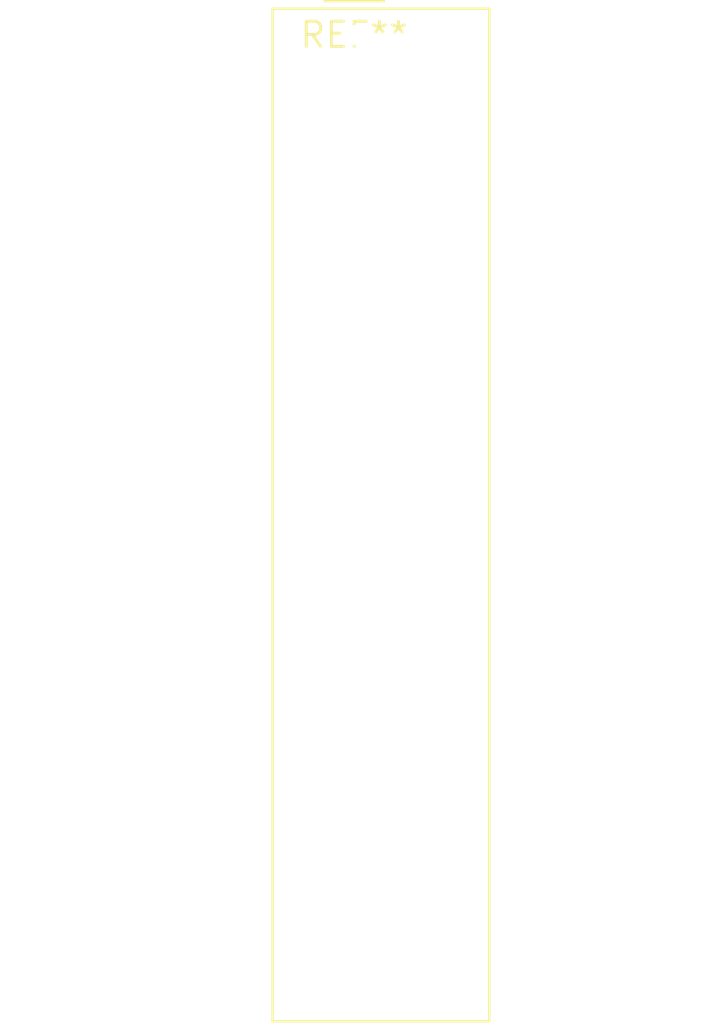
<source format=kicad_pcb>
(kicad_pcb (version 20240108) (generator pcbnew)
  (layers (0 "F.Cu" signal) (31 "B.Cu" signal) (34 "B.Paste" user) (35 "F.Paste" user) (36 "B.SilkS" user "B.Silkscreen") (37 "F.SilkS" user "F.Silkscreen") (38 "B.Mask" user) (39 "F.Mask" user) (44 "Edge.Cuts" user))
  (net 0 "")
  (footprint "Converter_DCDC_MeanWell_NID60_THT" (layer "F.Cu") (at 0 0)
    (property "Reference" "REF**")
    (property "Value" "Converter_DCDC_MeanWell_NID60_THT")
    (fp_line (start -4.12 -1.32) (end 6.82 -1.32) (layer "F.SilkS") (stroke (width 0.12)))
    (fp_line (start -4.12 49.72) (end -4.12 -1.32) (layer "F.SilkS") (stroke (width 0.12)))
    (fp_line (start 1.5 -1.7) (end -1.5 -1.7) (layer "F.SilkS") (stroke (width 0.12)))
    (fp_line (start 6.82 -1.32) (end 6.82 49.72) (layer "F.SilkS") (stroke (width 0.12)))
    (fp_line (start 6.82 49.72) (end -4.12 49.72) (layer "F.SilkS") (stroke (width 0.12)))
    (pad "1" thru_hole rect (at 0 0) (size 4 1.5) (drill 1) (layers *.Cu *.Mask) (remove_unused_layers))
    (pad "2" thru_hole oval (at 0 2.54) (size 4 1.5) (drill 1) (layers *.Cu *.Mask) (remove_unused_layers))
    (pad "3" thru_hole oval (at 0 5.08) (size 4 1.5) (drill 1) (layers *.Cu *.Mask) (remove_unused_layers))
    (pad "4" thru_hole oval (at 0 7.62) (size 4 1.5) (drill 1) (layers *.Cu *.Mask) (remove_unused_layers))
    (pad "5" thru_hole oval (at 0 10.16) (size 4 1.5) (drill 1) (layers *.Cu *.Mask) (remove_unused_layers))
    (pad "6" thru_hole oval (at 0 35.56) (size 4 1.5) (drill 1) (layers *.Cu *.Mask) (remove_unused_layers))
    (pad "7" thru_hole oval (at 0 38.1) (size 4 1.5) (drill 1) (layers *.Cu *.Mask) (remove_unused_layers))
    (pad "8" thru_hole oval (at 0 40.64) (size 4 1.5) (drill 1) (layers *.Cu *.Mask) (remove_unused_layers))
    (pad "9" thru_hole oval (at 0 43.18) (size 4 1.5) (drill 1) (layers *.Cu *.Mask) (remove_unused_layers))
    (pad "10" thru_hole oval (at 0 45.72) (size 4 1.5) (drill 1) (layers *.Cu *.Mask) (remove_unused_layers))
    (pad "11" thru_hole oval (at 0 48.26) (size 4 1.5) (drill 1) (layers *.Cu *.Mask) (remove_unused_layers))
  )
)
</source>
